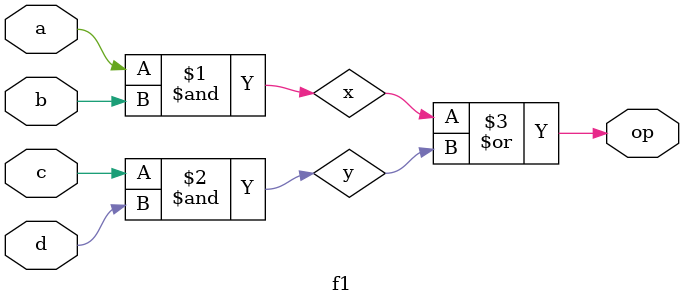
<source format=v>

module f1(a, b, c, d, op);
input a, b, c, d;
output op;
//assign op = (a&b)|(c&d);
wire op;
and op1 (x, a, b);
and op2 (y, c, d);
or op3 (op, x, y);

endmodule

</source>
